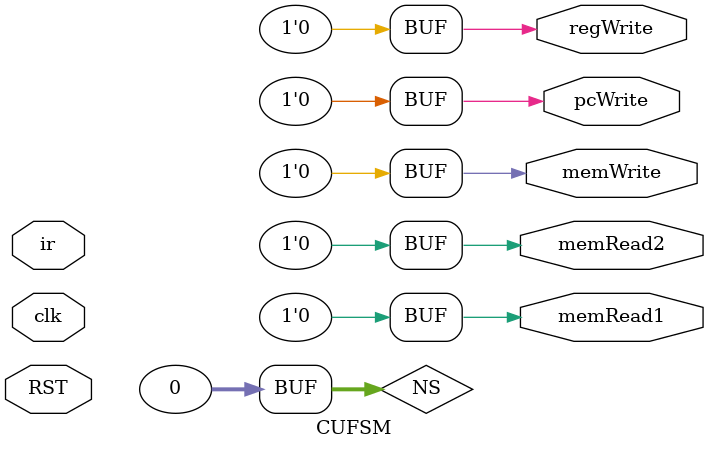
<source format=sv>
`timescale 1ns / 1ps


module CUFSM( 
input clk, RST,
input [6:0] ir,
output logic pcWrite, regWrite, memWrite, memRead1, memRead2
);

typedef enum {FETCH, EXECUTE, WRITEBACK} STATES;
STATES NS, PS;

always_ff @(posedge clk)
   begin
      if (RST)
         NS <= FETCH;
      else
         PS <= NS;
   end

always_comb
begin

pcWrite = 0;
regWrite = 0;
memWrite = 0;
memRead1 = 0;
memRead2 = 0;

case (PS)

default NS = FETCH;

FETCH:
begin
memRead1 = 1;
NS = EXECUTE;
end

EXECUTE:
begin
   if (ir == 7'b0000011) 
      begin
      memRead2 = 1;
      NS = WRITEBACK;
      end
   else if (ir == 7'b0100011)
      begin
      memWrite = 1;
      NS = FETCH;
      end
   else if (ir == 7'b1100011)
      begin
      pcWrite = 1;
      NS = FETCH;
      end
   else
      begin
      regWrite = 1;
      NS = FETCH;
      end
end
   
WRITEBACK:
begin
regWrite = 1;
NS = FETCH;
end
   
endcase
end

endmodule

</source>
